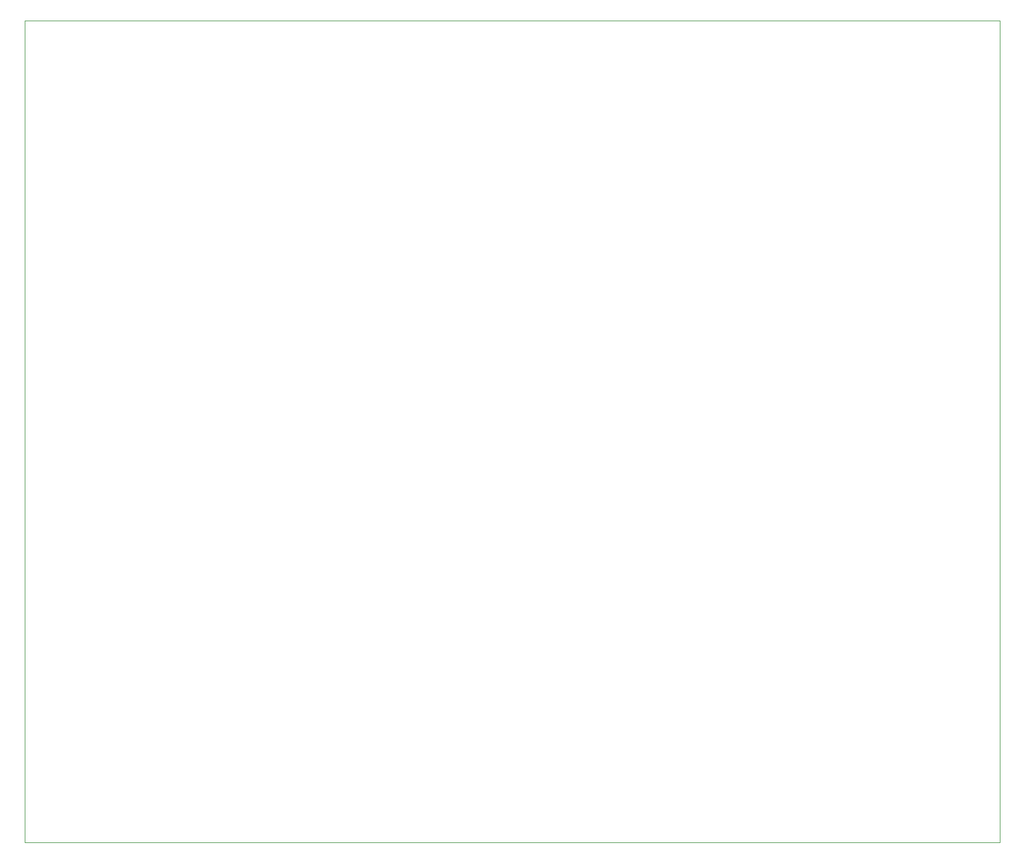
<source format=gbr>
%TF.GenerationSoftware,KiCad,Pcbnew,8.0.2-rc1*%
%TF.CreationDate,2024-12-09T19:43:04+01:00*%
%TF.ProjectId,Carte-Principale,43617274-652d-4507-9269-6e636970616c,rev?*%
%TF.SameCoordinates,Original*%
%TF.FileFunction,Profile,NP*%
%FSLAX46Y46*%
G04 Gerber Fmt 4.6, Leading zero omitted, Abs format (unit mm)*
G04 Created by KiCad (PCBNEW 8.0.2-rc1) date 2024-12-09 19:43:04*
%MOMM*%
%LPD*%
G01*
G04 APERTURE LIST*
%TA.AperFunction,Profile*%
%ADD10C,0.050000*%
%TD*%
G04 APERTURE END LIST*
D10*
X69965000Y-29210000D02*
X210000000Y-29210000D01*
X210000000Y-147320000D01*
X69965000Y-147320000D01*
X69965000Y-29210000D01*
M02*

</source>
